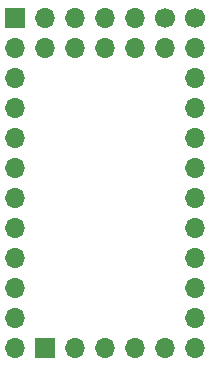
<source format=gbr>
%TF.GenerationSoftware,KiCad,Pcbnew,8.0.5*%
%TF.CreationDate,2025-07-03T08:28:17+01:00*%
%TF.ProjectId,sdrr rev e,73647272-2072-4657-9620-652e6b696361,rev?*%
%TF.SameCoordinates,Original*%
%TF.FileFunction,Soldermask,Bot*%
%TF.FilePolarity,Negative*%
%FSLAX46Y46*%
G04 Gerber Fmt 4.6, Leading zero omitted, Abs format (unit mm)*
G04 Created by KiCad (PCBNEW 8.0.5) date 2025-07-03 08:28:17*
%MOMM*%
%LPD*%
G01*
G04 APERTURE LIST*
%ADD10C,1.700000*%
%ADD11O,1.700000X1.700000*%
%ADD12R,1.700000X1.700000*%
G04 APERTURE END LIST*
D10*
%TO.C,J2*%
X114300000Y-31750000D03*
D11*
X114300000Y-34290000D03*
X111760000Y-31750000D03*
X111760000Y-34290000D03*
X109220000Y-31750000D03*
X109220000Y-34290000D03*
X106680000Y-31750000D03*
X106680000Y-34290000D03*
X104140000Y-31750000D03*
X104140000Y-34290000D03*
%TD*%
D12*
%TO.C,U2*%
X101600000Y-31750000D03*
D11*
X101600000Y-34290000D03*
X101600000Y-36830000D03*
X101600000Y-39370000D03*
X101600000Y-41910000D03*
X101600000Y-44450000D03*
X101600000Y-46990000D03*
X101600000Y-49530000D03*
X101600000Y-52070000D03*
X101600000Y-54610000D03*
X101600000Y-57150000D03*
X101600000Y-59690000D03*
X116840000Y-59690000D03*
X116840000Y-57150000D03*
X116840000Y-54610000D03*
X116840000Y-52070000D03*
X116840000Y-49530000D03*
X116840000Y-46990000D03*
X116840000Y-44450000D03*
X116840000Y-41910000D03*
X116840000Y-39370000D03*
X116840000Y-36830000D03*
X116840000Y-34290000D03*
D10*
X116840000Y-31750000D03*
%TD*%
D12*
%TO.C,J1*%
X104140000Y-59690000D03*
D11*
X106680000Y-59690000D03*
X109220000Y-59690000D03*
X111760000Y-59690000D03*
X114300000Y-59690000D03*
%TD*%
M02*

</source>
